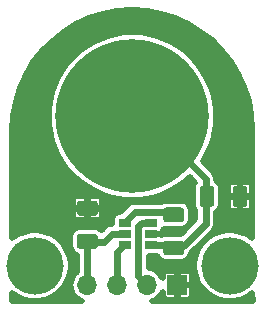
<source format=gtl>
G04 #@! TF.GenerationSoftware,KiCad,Pcbnew,5.0.2-bee76a0~70~ubuntu18.04.1*
G04 #@! TF.CreationDate,2019-03-21T18:00:55+01:00*
G04 #@! TF.ProjectId,touchsense7,746f7563-6873-4656-9e73-65372e6b6963,0_1*
G04 #@! TF.SameCoordinates,PX19fb9c8PY2c219b8*
G04 #@! TF.FileFunction,Copper,L1,Top*
G04 #@! TF.FilePolarity,Positive*
%FSLAX46Y46*%
G04 Gerber Fmt 4.6, Leading zero omitted, Abs format (unit mm)*
G04 Created by KiCad (PCBNEW 5.0.2-bee76a0~70~ubuntu18.04.1) date 2019-03-21T18:00:55 CET*
%MOMM*%
%LPD*%
G01*
G04 APERTURE LIST*
G04 #@! TA.AperFunction,ComponentPad*
%ADD10O,1.700000X1.700000*%
G04 #@! TD*
G04 #@! TA.AperFunction,ComponentPad*
%ADD11R,1.700000X1.700000*%
G04 #@! TD*
G04 #@! TA.AperFunction,Conductor*
%ADD12C,0.100000*%
G04 #@! TD*
G04 #@! TA.AperFunction,SMDPad,CuDef*
%ADD13C,1.250000*%
G04 #@! TD*
G04 #@! TA.AperFunction,ComponentPad*
%ADD14C,4.850000*%
G04 #@! TD*
G04 #@! TA.AperFunction,SMDPad,CuDef*
%ADD15R,1.060000X0.650000*%
G04 #@! TD*
G04 #@! TA.AperFunction,ComponentPad*
%ADD16C,13.000000*%
G04 #@! TD*
G04 #@! TA.AperFunction,Conductor*
%ADD17C,0.600000*%
G04 #@! TD*
G04 #@! TA.AperFunction,Conductor*
%ADD18C,0.550000*%
G04 #@! TD*
G04 APERTURE END LIST*
D10*
G04 #@! TO.P,P1,4*
G04 #@! TO.N,VCC*
X7045000Y2060000D03*
G04 #@! TO.P,P1,3*
G04 #@! TO.N,Net-(P1-Pad3)*
X9585000Y2060000D03*
G04 #@! TO.P,P1,2*
G04 #@! TO.N,Net-(P1-Pad2)*
X12125000Y2060000D03*
D11*
G04 #@! TO.P,P1,1*
G04 #@! TO.N,GND*
X14665000Y2060000D03*
G04 #@! TD*
D12*
G04 #@! TO.N,GND*
G04 #@! TO.C,C1*
G36*
X20368004Y10448796D02*
X20392273Y10445196D01*
X20416071Y10439235D01*
X20439171Y10430970D01*
X20461349Y10420480D01*
X20482393Y10407867D01*
X20502098Y10393253D01*
X20520277Y10376777D01*
X20536753Y10358598D01*
X20551367Y10338893D01*
X20563980Y10317849D01*
X20574470Y10295671D01*
X20582735Y10272571D01*
X20588696Y10248773D01*
X20592296Y10224504D01*
X20593500Y10200000D01*
X20593500Y8950000D01*
X20592296Y8925496D01*
X20588696Y8901227D01*
X20582735Y8877429D01*
X20574470Y8854329D01*
X20563980Y8832151D01*
X20551367Y8811107D01*
X20536753Y8791402D01*
X20520277Y8773223D01*
X20502098Y8756747D01*
X20482393Y8742133D01*
X20461349Y8729520D01*
X20439171Y8719030D01*
X20416071Y8710765D01*
X20392273Y8704804D01*
X20368004Y8701204D01*
X20343500Y8700000D01*
X19593500Y8700000D01*
X19568996Y8701204D01*
X19544727Y8704804D01*
X19520929Y8710765D01*
X19497829Y8719030D01*
X19475651Y8729520D01*
X19454607Y8742133D01*
X19434902Y8756747D01*
X19416723Y8773223D01*
X19400247Y8791402D01*
X19385633Y8811107D01*
X19373020Y8832151D01*
X19362530Y8854329D01*
X19354265Y8877429D01*
X19348304Y8901227D01*
X19344704Y8925496D01*
X19343500Y8950000D01*
X19343500Y10200000D01*
X19344704Y10224504D01*
X19348304Y10248773D01*
X19354265Y10272571D01*
X19362530Y10295671D01*
X19373020Y10317849D01*
X19385633Y10338893D01*
X19400247Y10358598D01*
X19416723Y10376777D01*
X19434902Y10393253D01*
X19454607Y10407867D01*
X19475651Y10420480D01*
X19497829Y10430970D01*
X19520929Y10439235D01*
X19544727Y10445196D01*
X19568996Y10448796D01*
X19593500Y10450000D01*
X20343500Y10450000D01*
X20368004Y10448796D01*
X20368004Y10448796D01*
G37*
D13*
G04 #@! TD*
G04 #@! TO.P,C1,2*
G04 #@! TO.N,GND*
X19968500Y9575000D03*
D12*
G04 #@! TO.N,Net-(C1-Pad1)*
G04 #@! TO.C,C1*
G36*
X17568004Y10448796D02*
X17592273Y10445196D01*
X17616071Y10439235D01*
X17639171Y10430970D01*
X17661349Y10420480D01*
X17682393Y10407867D01*
X17702098Y10393253D01*
X17720277Y10376777D01*
X17736753Y10358598D01*
X17751367Y10338893D01*
X17763980Y10317849D01*
X17774470Y10295671D01*
X17782735Y10272571D01*
X17788696Y10248773D01*
X17792296Y10224504D01*
X17793500Y10200000D01*
X17793500Y8950000D01*
X17792296Y8925496D01*
X17788696Y8901227D01*
X17782735Y8877429D01*
X17774470Y8854329D01*
X17763980Y8832151D01*
X17751367Y8811107D01*
X17736753Y8791402D01*
X17720277Y8773223D01*
X17702098Y8756747D01*
X17682393Y8742133D01*
X17661349Y8729520D01*
X17639171Y8719030D01*
X17616071Y8710765D01*
X17592273Y8704804D01*
X17568004Y8701204D01*
X17543500Y8700000D01*
X16793500Y8700000D01*
X16768996Y8701204D01*
X16744727Y8704804D01*
X16720929Y8710765D01*
X16697829Y8719030D01*
X16675651Y8729520D01*
X16654607Y8742133D01*
X16634902Y8756747D01*
X16616723Y8773223D01*
X16600247Y8791402D01*
X16585633Y8811107D01*
X16573020Y8832151D01*
X16562530Y8854329D01*
X16554265Y8877429D01*
X16548304Y8901227D01*
X16544704Y8925496D01*
X16543500Y8950000D01*
X16543500Y10200000D01*
X16544704Y10224504D01*
X16548304Y10248773D01*
X16554265Y10272571D01*
X16562530Y10295671D01*
X16573020Y10317849D01*
X16585633Y10338893D01*
X16600247Y10358598D01*
X16616723Y10376777D01*
X16634902Y10393253D01*
X16654607Y10407867D01*
X16675651Y10420480D01*
X16697829Y10430970D01*
X16720929Y10439235D01*
X16744727Y10445196D01*
X16768996Y10448796D01*
X16793500Y10450000D01*
X17543500Y10450000D01*
X17568004Y10448796D01*
X17568004Y10448796D01*
G37*
D13*
G04 #@! TD*
G04 #@! TO.P,C1,1*
G04 #@! TO.N,Net-(C1-Pad1)*
X17168500Y9575000D03*
D14*
G04 #@! TO.P,S1,1*
G04 #@! TO.N,N/C*
X19100000Y3705000D03*
G04 #@! TD*
G04 #@! TO.P,S1,1*
G04 #@! TO.N,N/C*
X2610000Y3705000D03*
G04 #@! TD*
D15*
G04 #@! TO.P,U1,1*
G04 #@! TO.N,Net-(C1-Pad1)*
X12463000Y5432000D03*
G04 #@! TO.P,U1,2*
G04 #@! TO.N,GND*
X12463000Y6382000D03*
G04 #@! TO.P,U1,3*
G04 #@! TO.N,Net-(P1-Pad2)*
X12463000Y7332000D03*
G04 #@! TO.P,U1,4*
G04 #@! TO.N,Net-(R1-Pad2)*
X10263000Y7332000D03*
G04 #@! TO.P,U1,6*
G04 #@! TO.N,Net-(P1-Pad3)*
X10263000Y5432000D03*
G04 #@! TO.P,U1,5*
G04 #@! TO.N,VCC*
X10263000Y6382000D03*
G04 #@! TD*
D12*
G04 #@! TO.N,Net-(C1-Pad1)*
G04 #@! TO.C,R1*
G36*
X15010504Y5835296D02*
X15034773Y5831696D01*
X15058571Y5825735D01*
X15081671Y5817470D01*
X15103849Y5806980D01*
X15124893Y5794367D01*
X15144598Y5779753D01*
X15162777Y5763277D01*
X15179253Y5745098D01*
X15193867Y5725393D01*
X15206480Y5704349D01*
X15216970Y5682171D01*
X15225235Y5659071D01*
X15231196Y5635273D01*
X15234796Y5611004D01*
X15236000Y5586500D01*
X15236000Y4836500D01*
X15234796Y4811996D01*
X15231196Y4787727D01*
X15225235Y4763929D01*
X15216970Y4740829D01*
X15206480Y4718651D01*
X15193867Y4697607D01*
X15179253Y4677902D01*
X15162777Y4659723D01*
X15144598Y4643247D01*
X15124893Y4628633D01*
X15103849Y4616020D01*
X15081671Y4605530D01*
X15058571Y4597265D01*
X15034773Y4591304D01*
X15010504Y4587704D01*
X14986000Y4586500D01*
X13736000Y4586500D01*
X13711496Y4587704D01*
X13687227Y4591304D01*
X13663429Y4597265D01*
X13640329Y4605530D01*
X13618151Y4616020D01*
X13597107Y4628633D01*
X13577402Y4643247D01*
X13559223Y4659723D01*
X13542747Y4677902D01*
X13528133Y4697607D01*
X13515520Y4718651D01*
X13505030Y4740829D01*
X13496765Y4763929D01*
X13490804Y4787727D01*
X13487204Y4811996D01*
X13486000Y4836500D01*
X13486000Y5586500D01*
X13487204Y5611004D01*
X13490804Y5635273D01*
X13496765Y5659071D01*
X13505030Y5682171D01*
X13515520Y5704349D01*
X13528133Y5725393D01*
X13542747Y5745098D01*
X13559223Y5763277D01*
X13577402Y5779753D01*
X13597107Y5794367D01*
X13618151Y5806980D01*
X13640329Y5817470D01*
X13663429Y5825735D01*
X13687227Y5831696D01*
X13711496Y5835296D01*
X13736000Y5836500D01*
X14986000Y5836500D01*
X15010504Y5835296D01*
X15010504Y5835296D01*
G37*
D13*
G04 #@! TD*
G04 #@! TO.P,R1,1*
G04 #@! TO.N,Net-(C1-Pad1)*
X14361000Y5211500D03*
D12*
G04 #@! TO.N,Net-(R1-Pad2)*
G04 #@! TO.C,R1*
G36*
X15010504Y8635296D02*
X15034773Y8631696D01*
X15058571Y8625735D01*
X15081671Y8617470D01*
X15103849Y8606980D01*
X15124893Y8594367D01*
X15144598Y8579753D01*
X15162777Y8563277D01*
X15179253Y8545098D01*
X15193867Y8525393D01*
X15206480Y8504349D01*
X15216970Y8482171D01*
X15225235Y8459071D01*
X15231196Y8435273D01*
X15234796Y8411004D01*
X15236000Y8386500D01*
X15236000Y7636500D01*
X15234796Y7611996D01*
X15231196Y7587727D01*
X15225235Y7563929D01*
X15216970Y7540829D01*
X15206480Y7518651D01*
X15193867Y7497607D01*
X15179253Y7477902D01*
X15162777Y7459723D01*
X15144598Y7443247D01*
X15124893Y7428633D01*
X15103849Y7416020D01*
X15081671Y7405530D01*
X15058571Y7397265D01*
X15034773Y7391304D01*
X15010504Y7387704D01*
X14986000Y7386500D01*
X13736000Y7386500D01*
X13711496Y7387704D01*
X13687227Y7391304D01*
X13663429Y7397265D01*
X13640329Y7405530D01*
X13618151Y7416020D01*
X13597107Y7428633D01*
X13577402Y7443247D01*
X13559223Y7459723D01*
X13542747Y7477902D01*
X13528133Y7497607D01*
X13515520Y7518651D01*
X13505030Y7540829D01*
X13496765Y7563929D01*
X13490804Y7587727D01*
X13487204Y7611996D01*
X13486000Y7636500D01*
X13486000Y8386500D01*
X13487204Y8411004D01*
X13490804Y8435273D01*
X13496765Y8459071D01*
X13505030Y8482171D01*
X13515520Y8504349D01*
X13528133Y8525393D01*
X13542747Y8545098D01*
X13559223Y8563277D01*
X13577402Y8579753D01*
X13597107Y8594367D01*
X13618151Y8606980D01*
X13640329Y8617470D01*
X13663429Y8625735D01*
X13687227Y8631696D01*
X13711496Y8635296D01*
X13736000Y8636500D01*
X14986000Y8636500D01*
X15010504Y8635296D01*
X15010504Y8635296D01*
G37*
D13*
G04 #@! TD*
G04 #@! TO.P,R1,2*
G04 #@! TO.N,Net-(R1-Pad2)*
X14361000Y8011500D03*
D16*
G04 #@! TO.P,P2,1*
G04 #@! TO.N,Net-(C1-Pad1)*
X10855000Y16365000D03*
G04 #@! TD*
D12*
G04 #@! TO.N,VCC*
G04 #@! TO.C,C2*
G36*
X7694504Y6398796D02*
X7718773Y6395196D01*
X7742571Y6389235D01*
X7765671Y6380970D01*
X7787849Y6370480D01*
X7808893Y6357867D01*
X7828598Y6343253D01*
X7846777Y6326777D01*
X7863253Y6308598D01*
X7877867Y6288893D01*
X7890480Y6267849D01*
X7900970Y6245671D01*
X7909235Y6222571D01*
X7915196Y6198773D01*
X7918796Y6174504D01*
X7920000Y6150000D01*
X7920000Y5400000D01*
X7918796Y5375496D01*
X7915196Y5351227D01*
X7909235Y5327429D01*
X7900970Y5304329D01*
X7890480Y5282151D01*
X7877867Y5261107D01*
X7863253Y5241402D01*
X7846777Y5223223D01*
X7828598Y5206747D01*
X7808893Y5192133D01*
X7787849Y5179520D01*
X7765671Y5169030D01*
X7742571Y5160765D01*
X7718773Y5154804D01*
X7694504Y5151204D01*
X7670000Y5150000D01*
X6420000Y5150000D01*
X6395496Y5151204D01*
X6371227Y5154804D01*
X6347429Y5160765D01*
X6324329Y5169030D01*
X6302151Y5179520D01*
X6281107Y5192133D01*
X6261402Y5206747D01*
X6243223Y5223223D01*
X6226747Y5241402D01*
X6212133Y5261107D01*
X6199520Y5282151D01*
X6189030Y5304329D01*
X6180765Y5327429D01*
X6174804Y5351227D01*
X6171204Y5375496D01*
X6170000Y5400000D01*
X6170000Y6150000D01*
X6171204Y6174504D01*
X6174804Y6198773D01*
X6180765Y6222571D01*
X6189030Y6245671D01*
X6199520Y6267849D01*
X6212133Y6288893D01*
X6226747Y6308598D01*
X6243223Y6326777D01*
X6261402Y6343253D01*
X6281107Y6357867D01*
X6302151Y6370480D01*
X6324329Y6380970D01*
X6347429Y6389235D01*
X6371227Y6395196D01*
X6395496Y6398796D01*
X6420000Y6400000D01*
X7670000Y6400000D01*
X7694504Y6398796D01*
X7694504Y6398796D01*
G37*
D13*
G04 #@! TD*
G04 #@! TO.P,C2,1*
G04 #@! TO.N,VCC*
X7045000Y5775000D03*
D12*
G04 #@! TO.N,GND*
G04 #@! TO.C,C2*
G36*
X7694504Y9198796D02*
X7718773Y9195196D01*
X7742571Y9189235D01*
X7765671Y9180970D01*
X7787849Y9170480D01*
X7808893Y9157867D01*
X7828598Y9143253D01*
X7846777Y9126777D01*
X7863253Y9108598D01*
X7877867Y9088893D01*
X7890480Y9067849D01*
X7900970Y9045671D01*
X7909235Y9022571D01*
X7915196Y8998773D01*
X7918796Y8974504D01*
X7920000Y8950000D01*
X7920000Y8200000D01*
X7918796Y8175496D01*
X7915196Y8151227D01*
X7909235Y8127429D01*
X7900970Y8104329D01*
X7890480Y8082151D01*
X7877867Y8061107D01*
X7863253Y8041402D01*
X7846777Y8023223D01*
X7828598Y8006747D01*
X7808893Y7992133D01*
X7787849Y7979520D01*
X7765671Y7969030D01*
X7742571Y7960765D01*
X7718773Y7954804D01*
X7694504Y7951204D01*
X7670000Y7950000D01*
X6420000Y7950000D01*
X6395496Y7951204D01*
X6371227Y7954804D01*
X6347429Y7960765D01*
X6324329Y7969030D01*
X6302151Y7979520D01*
X6281107Y7992133D01*
X6261402Y8006747D01*
X6243223Y8023223D01*
X6226747Y8041402D01*
X6212133Y8061107D01*
X6199520Y8082151D01*
X6189030Y8104329D01*
X6180765Y8127429D01*
X6174804Y8151227D01*
X6171204Y8175496D01*
X6170000Y8200000D01*
X6170000Y8950000D01*
X6171204Y8974504D01*
X6174804Y8998773D01*
X6180765Y9022571D01*
X6189030Y9045671D01*
X6199520Y9067849D01*
X6212133Y9088893D01*
X6226747Y9108598D01*
X6243223Y9126777D01*
X6261402Y9143253D01*
X6281107Y9157867D01*
X6302151Y9170480D01*
X6324329Y9180970D01*
X6347429Y9189235D01*
X6371227Y9195196D01*
X6395496Y9198796D01*
X6420000Y9200000D01*
X7670000Y9200000D01*
X7694504Y9198796D01*
X7694504Y9198796D01*
G37*
D13*
G04 #@! TD*
G04 #@! TO.P,C2,2*
G04 #@! TO.N,GND*
X7045000Y8575000D03*
D17*
G04 #@! TO.N,Net-(C1-Pad1)*
X11778500Y16365000D02*
X10855000Y16365000D01*
X17068500Y11075000D02*
X11778500Y16365000D01*
X17068500Y7252106D02*
X17068500Y11075000D01*
X14411000Y5261500D02*
X15077894Y5261500D01*
X12463000Y5432000D02*
X14240500Y5432000D01*
X15077894Y5261500D02*
X17068500Y7252106D01*
X14240500Y5432000D02*
X14411000Y5261500D01*
G04 #@! TO.N,VCC*
X7045000Y2060000D02*
X7045000Y5775000D01*
X9152000Y6382000D02*
X10163000Y6382000D01*
X8445000Y5675000D02*
X9152000Y6382000D01*
X7045000Y5675000D02*
X8445000Y5675000D01*
G04 #@! TO.N,Net-(P1-Pad2)*
X11647000Y7332000D02*
X12363000Y7332000D01*
X11365000Y7050000D02*
X11647000Y7332000D01*
X11365000Y2820000D02*
X11365000Y7050000D01*
X12125000Y2060000D02*
X11365000Y2820000D01*
G04 #@! TO.N,Net-(P1-Pad3)*
X10157000Y5432000D02*
X10263000Y5432000D01*
X9585000Y4860000D02*
X10157000Y5432000D01*
X9585000Y2160000D02*
X9585000Y4860000D01*
G04 #@! TO.N,Net-(R1-Pad2)*
X11086000Y8255000D02*
X14304500Y8255000D01*
X10263000Y7432000D02*
X11086000Y8255000D01*
G04 #@! TD*
D18*
G04 #@! TO.N,GND*
G36*
X12075447Y25245271D02*
X13278225Y25025605D01*
X14445903Y24663030D01*
X15561555Y24162807D01*
X16609036Y23532170D01*
X17573165Y22780265D01*
X18439985Y21917972D01*
X19196931Y20957790D01*
X19833039Y19913629D01*
X20339103Y18800600D01*
X20707780Y17634852D01*
X20933742Y16433235D01*
X21014906Y15194913D01*
X21015001Y15158644D01*
X21024205Y6037578D01*
X21018763Y6043020D01*
X20525770Y6372427D01*
X19977985Y6599327D01*
X19396459Y6715000D01*
X18803541Y6715000D01*
X18222015Y6599327D01*
X17674230Y6372427D01*
X17181237Y6043020D01*
X16761980Y5623763D01*
X16432573Y5130770D01*
X16205673Y4582985D01*
X16090000Y4001459D01*
X16090000Y3408541D01*
X16205673Y2827015D01*
X16432573Y2279230D01*
X16761980Y1786237D01*
X17181237Y1366980D01*
X17674230Y1037573D01*
X18222015Y810673D01*
X18803541Y695000D01*
X19396459Y695000D01*
X19977985Y810673D01*
X20525770Y1037573D01*
X21018763Y1366980D01*
X21028908Y1377125D01*
X21029601Y690000D01*
X12552137Y690000D01*
X12676808Y727818D01*
X12926101Y861068D01*
X13144608Y1040392D01*
X13323932Y1258899D01*
X13436000Y1468563D01*
X13436000Y1172672D01*
X13450565Y1099450D01*
X13479134Y1030476D01*
X13520611Y968402D01*
X13573401Y915612D01*
X13635476Y874135D01*
X13704450Y845565D01*
X13777672Y831000D01*
X14540250Y831000D01*
X14635000Y925750D01*
X14635000Y2030000D01*
X14695000Y2030000D01*
X14695000Y925750D01*
X14789750Y831000D01*
X15552328Y831000D01*
X15625550Y845565D01*
X15694524Y874135D01*
X15756599Y915612D01*
X15809389Y968402D01*
X15850866Y1030476D01*
X15879435Y1099450D01*
X15894000Y1172672D01*
X15894000Y1935250D01*
X15799250Y2030000D01*
X14695000Y2030000D01*
X14635000Y2030000D01*
X14615000Y2030000D01*
X14615000Y2090000D01*
X14635000Y2090000D01*
X14635000Y3194250D01*
X14695000Y3194250D01*
X14695000Y2090000D01*
X15799250Y2090000D01*
X15894000Y2184750D01*
X15894000Y2947328D01*
X15879435Y3020550D01*
X15850866Y3089524D01*
X15809389Y3151598D01*
X15756599Y3204388D01*
X15694524Y3245865D01*
X15625550Y3274435D01*
X15552328Y3289000D01*
X14789750Y3289000D01*
X14695000Y3194250D01*
X14635000Y3194250D01*
X14540250Y3289000D01*
X13777672Y3289000D01*
X13704450Y3274435D01*
X13635476Y3245865D01*
X13573401Y3204388D01*
X13520611Y3151598D01*
X13479134Y3089524D01*
X13450565Y3020550D01*
X13436000Y2947328D01*
X13436000Y2651437D01*
X13323932Y2861101D01*
X13144608Y3079608D01*
X12926101Y3258932D01*
X12676808Y3392182D01*
X12406309Y3474236D01*
X12250000Y3489631D01*
X12250000Y4519170D01*
X12960947Y4519170D01*
X12961946Y4515876D01*
X13039370Y4371027D01*
X13143565Y4244065D01*
X13270527Y4139870D01*
X13415376Y4062446D01*
X13572547Y4014769D01*
X13736000Y3998670D01*
X14986000Y3998670D01*
X15149453Y4014769D01*
X15306624Y4062446D01*
X15451473Y4139870D01*
X15578435Y4244065D01*
X15682630Y4371027D01*
X15760054Y4515876D01*
X15807731Y4673047D01*
X15815020Y4747047D01*
X17663550Y6595577D01*
X17697317Y6623289D01*
X17730960Y6664282D01*
X17807910Y6758046D01*
X17807911Y6758047D01*
X17890089Y6911793D01*
X17940695Y7078616D01*
X17953500Y7208629D01*
X17953500Y7208639D01*
X17957781Y7252105D01*
X17953500Y7295572D01*
X17953500Y8223719D01*
X18008973Y8253370D01*
X18135935Y8357565D01*
X18240130Y8484527D01*
X18317554Y8629376D01*
X18365231Y8786547D01*
X18381330Y8950000D01*
X18381330Y9450250D01*
X18964500Y9450250D01*
X18964500Y8662672D01*
X18979065Y8589450D01*
X19007635Y8520476D01*
X19049112Y8458401D01*
X19101902Y8405611D01*
X19163976Y8364134D01*
X19232950Y8335565D01*
X19306172Y8321000D01*
X19843750Y8321000D01*
X19938500Y8415750D01*
X19938500Y9545000D01*
X19998500Y9545000D01*
X19998500Y8415750D01*
X20093250Y8321000D01*
X20630828Y8321000D01*
X20704050Y8335565D01*
X20773024Y8364134D01*
X20835098Y8405611D01*
X20887888Y8458401D01*
X20929365Y8520476D01*
X20957935Y8589450D01*
X20972500Y8662672D01*
X20972500Y9450250D01*
X20877750Y9545000D01*
X19998500Y9545000D01*
X19938500Y9545000D01*
X19059250Y9545000D01*
X18964500Y9450250D01*
X18381330Y9450250D01*
X18381330Y10200000D01*
X18365231Y10363453D01*
X18327655Y10487328D01*
X18964500Y10487328D01*
X18964500Y9699750D01*
X19059250Y9605000D01*
X19938500Y9605000D01*
X19938500Y10734250D01*
X19998500Y10734250D01*
X19998500Y9605000D01*
X20877750Y9605000D01*
X20972500Y9699750D01*
X20972500Y10487328D01*
X20957935Y10560550D01*
X20929365Y10629524D01*
X20887888Y10691599D01*
X20835098Y10744389D01*
X20773024Y10785866D01*
X20704050Y10814435D01*
X20630828Y10829000D01*
X20093250Y10829000D01*
X19998500Y10734250D01*
X19938500Y10734250D01*
X19843750Y10829000D01*
X19306172Y10829000D01*
X19232950Y10814435D01*
X19163976Y10785866D01*
X19101902Y10744389D01*
X19049112Y10691599D01*
X19007635Y10629524D01*
X18979065Y10560550D01*
X18964500Y10487328D01*
X18327655Y10487328D01*
X18317554Y10520624D01*
X18240130Y10665473D01*
X18135935Y10792435D01*
X18008973Y10896630D01*
X17953500Y10926281D01*
X17953500Y11031531D01*
X17957781Y11075000D01*
X17953500Y11118469D01*
X17953500Y11118477D01*
X17940695Y11248490D01*
X17890089Y11415313D01*
X17807911Y11569059D01*
X17697317Y11703817D01*
X17663549Y11731530D01*
X16834215Y12560864D01*
X17133645Y13008994D01*
X17667727Y14298382D01*
X17940000Y15667188D01*
X17940000Y17062812D01*
X17667727Y18431618D01*
X17133645Y19721006D01*
X16358279Y20881424D01*
X15371424Y21868279D01*
X14211006Y22643645D01*
X12921618Y23177727D01*
X11552812Y23450000D01*
X10157188Y23450000D01*
X8788382Y23177727D01*
X7498994Y22643645D01*
X6338576Y21868279D01*
X5351721Y20881424D01*
X4576355Y19721006D01*
X4042273Y18431618D01*
X3770000Y17062812D01*
X3770000Y15667188D01*
X4042273Y14298382D01*
X4576355Y13008994D01*
X5351721Y11848576D01*
X6338576Y10861721D01*
X7498994Y10086355D01*
X8788382Y9552273D01*
X10157188Y9280000D01*
X11552812Y9280000D01*
X12921618Y9552273D01*
X14211006Y10086355D01*
X15371424Y10861721D01*
X15700812Y11191109D01*
X16155278Y10736643D01*
X16096870Y10665473D01*
X16019446Y10520624D01*
X15971769Y10363453D01*
X15955670Y10200000D01*
X15955670Y8950000D01*
X15971769Y8786547D01*
X16019446Y8629376D01*
X16096870Y8484527D01*
X16183500Y8378968D01*
X16183500Y7618685D01*
X14988864Y6424048D01*
X14986000Y6424330D01*
X13736000Y6424330D01*
X13572547Y6408231D01*
X13415376Y6360554D01*
X13333893Y6317000D01*
X13312250Y6317000D01*
X13277250Y6352000D01*
X12493000Y6352000D01*
X12493000Y6344830D01*
X12433000Y6344830D01*
X12433000Y6352000D01*
X12413000Y6352000D01*
X12413000Y6412000D01*
X12433000Y6412000D01*
X12433000Y6419170D01*
X12493000Y6419170D01*
X12493000Y6412000D01*
X13277250Y6412000D01*
X13372000Y6506750D01*
X13372000Y6561256D01*
X13408659Y6591341D01*
X13481763Y6680419D01*
X13536084Y6782047D01*
X13548246Y6822141D01*
X13572547Y6814769D01*
X13736000Y6798670D01*
X14986000Y6798670D01*
X15149453Y6814769D01*
X15306624Y6862446D01*
X15451473Y6939870D01*
X15578435Y7044065D01*
X15682630Y7171027D01*
X15760054Y7315876D01*
X15807731Y7473047D01*
X15823830Y7636500D01*
X15823830Y8386500D01*
X15807731Y8549953D01*
X15760054Y8707124D01*
X15682630Y8851973D01*
X15578435Y8978935D01*
X15451473Y9083130D01*
X15306624Y9160554D01*
X15149453Y9208231D01*
X14986000Y9224330D01*
X13736000Y9224330D01*
X13572547Y9208231D01*
X13415376Y9160554D01*
X13376922Y9140000D01*
X11129469Y9140000D01*
X11086000Y9144281D01*
X11042531Y9140000D01*
X11042523Y9140000D01*
X10912510Y9127195D01*
X10745687Y9076589D01*
X10591941Y8994411D01*
X10490953Y8911532D01*
X10490951Y8911530D01*
X10457183Y8883817D01*
X10429470Y8850049D01*
X9824252Y8244830D01*
X9733000Y8244830D01*
X9618320Y8233535D01*
X9508047Y8200084D01*
X9406419Y8145763D01*
X9317341Y8072659D01*
X9244237Y7983581D01*
X9189916Y7881953D01*
X9156465Y7771680D01*
X9145170Y7657000D01*
X9145170Y7270608D01*
X9108531Y7267000D01*
X9108523Y7267000D01*
X8993306Y7255652D01*
X8978509Y7254195D01*
X8927903Y7238843D01*
X8811687Y7203589D01*
X8657941Y7121411D01*
X8657939Y7121410D01*
X8657940Y7121410D01*
X8556953Y7038532D01*
X8556951Y7038530D01*
X8523183Y7010817D01*
X8495470Y6977049D01*
X8261568Y6743147D01*
X8135473Y6846630D01*
X7990624Y6924054D01*
X7833453Y6971731D01*
X7670000Y6987830D01*
X6420000Y6987830D01*
X6256547Y6971731D01*
X6099376Y6924054D01*
X5954527Y6846630D01*
X5827565Y6742435D01*
X5723370Y6615473D01*
X5645946Y6470624D01*
X5598269Y6313453D01*
X5582170Y6150000D01*
X5582170Y5400000D01*
X5598269Y5236547D01*
X5645946Y5079376D01*
X5723370Y4934527D01*
X5827565Y4807565D01*
X5954527Y4703370D01*
X6099376Y4625946D01*
X6160001Y4607556D01*
X6160000Y3190078D01*
X6025392Y3079608D01*
X5846068Y2861101D01*
X5712818Y2611808D01*
X5630764Y2341309D01*
X5603057Y2060000D01*
X5630764Y1778691D01*
X5712818Y1508192D01*
X5846068Y1258899D01*
X6025392Y1040392D01*
X6243899Y861068D01*
X6493192Y727818D01*
X6617863Y690000D01*
X685267Y690000D01*
X685726Y1372491D01*
X691237Y1366980D01*
X1184230Y1037573D01*
X1732015Y810673D01*
X2313541Y695000D01*
X2906459Y695000D01*
X3487985Y810673D01*
X4035770Y1037573D01*
X4528763Y1366980D01*
X4948020Y1786237D01*
X5277427Y2279230D01*
X5504327Y2827015D01*
X5620000Y3408541D01*
X5620000Y4001459D01*
X5504327Y4582985D01*
X5277427Y5130770D01*
X4948020Y5623763D01*
X4528763Y6043020D01*
X4035770Y6372427D01*
X3487985Y6599327D01*
X2906459Y6715000D01*
X2313541Y6715000D01*
X1732015Y6599327D01*
X1184230Y6372427D01*
X691237Y6043020D01*
X688866Y6040649D01*
X690486Y8450250D01*
X5791000Y8450250D01*
X5791000Y7912672D01*
X5805565Y7839450D01*
X5834134Y7770476D01*
X5875611Y7708402D01*
X5928401Y7655612D01*
X5990476Y7614135D01*
X6059450Y7585565D01*
X6132672Y7571000D01*
X6920250Y7571000D01*
X7015000Y7665750D01*
X7015000Y8545000D01*
X7075000Y8545000D01*
X7075000Y7665750D01*
X7169750Y7571000D01*
X7957328Y7571000D01*
X8030550Y7585565D01*
X8099524Y7614135D01*
X8161599Y7655612D01*
X8214389Y7708402D01*
X8255866Y7770476D01*
X8284435Y7839450D01*
X8299000Y7912672D01*
X8299000Y8450250D01*
X8204250Y8545000D01*
X7075000Y8545000D01*
X7015000Y8545000D01*
X5885750Y8545000D01*
X5791000Y8450250D01*
X690486Y8450250D01*
X691015Y9237328D01*
X5791000Y9237328D01*
X5791000Y8699750D01*
X5885750Y8605000D01*
X7015000Y8605000D01*
X7015000Y9484250D01*
X7075000Y9484250D01*
X7075000Y8605000D01*
X8204250Y8605000D01*
X8299000Y8699750D01*
X8299000Y9237328D01*
X8284435Y9310550D01*
X8255866Y9379524D01*
X8214389Y9441598D01*
X8161599Y9494388D01*
X8099524Y9535865D01*
X8030550Y9564435D01*
X7957328Y9579000D01*
X7169750Y9579000D01*
X7075000Y9484250D01*
X7015000Y9484250D01*
X6920250Y9579000D01*
X6132672Y9579000D01*
X6059450Y9564435D01*
X5990476Y9535865D01*
X5928401Y9494388D01*
X5875611Y9441598D01*
X5834134Y9379524D01*
X5805565Y9310550D01*
X5791000Y9237328D01*
X691015Y9237328D01*
X694986Y15140653D01*
X769729Y16380447D01*
X989395Y17583225D01*
X1351970Y18750903D01*
X1852193Y19866555D01*
X2482830Y20914036D01*
X3234735Y21878165D01*
X4097028Y22744985D01*
X5057210Y23501931D01*
X6101371Y24138039D01*
X7214400Y24644103D01*
X8380148Y25012780D01*
X9581765Y25238742D01*
X10820087Y25319906D01*
X10836714Y25319950D01*
X12075447Y25245271D01*
X12075447Y25245271D01*
G37*
X12075447Y25245271D02*
X13278225Y25025605D01*
X14445903Y24663030D01*
X15561555Y24162807D01*
X16609036Y23532170D01*
X17573165Y22780265D01*
X18439985Y21917972D01*
X19196931Y20957790D01*
X19833039Y19913629D01*
X20339103Y18800600D01*
X20707780Y17634852D01*
X20933742Y16433235D01*
X21014906Y15194913D01*
X21015001Y15158644D01*
X21024205Y6037578D01*
X21018763Y6043020D01*
X20525770Y6372427D01*
X19977985Y6599327D01*
X19396459Y6715000D01*
X18803541Y6715000D01*
X18222015Y6599327D01*
X17674230Y6372427D01*
X17181237Y6043020D01*
X16761980Y5623763D01*
X16432573Y5130770D01*
X16205673Y4582985D01*
X16090000Y4001459D01*
X16090000Y3408541D01*
X16205673Y2827015D01*
X16432573Y2279230D01*
X16761980Y1786237D01*
X17181237Y1366980D01*
X17674230Y1037573D01*
X18222015Y810673D01*
X18803541Y695000D01*
X19396459Y695000D01*
X19977985Y810673D01*
X20525770Y1037573D01*
X21018763Y1366980D01*
X21028908Y1377125D01*
X21029601Y690000D01*
X12552137Y690000D01*
X12676808Y727818D01*
X12926101Y861068D01*
X13144608Y1040392D01*
X13323932Y1258899D01*
X13436000Y1468563D01*
X13436000Y1172672D01*
X13450565Y1099450D01*
X13479134Y1030476D01*
X13520611Y968402D01*
X13573401Y915612D01*
X13635476Y874135D01*
X13704450Y845565D01*
X13777672Y831000D01*
X14540250Y831000D01*
X14635000Y925750D01*
X14635000Y2030000D01*
X14695000Y2030000D01*
X14695000Y925750D01*
X14789750Y831000D01*
X15552328Y831000D01*
X15625550Y845565D01*
X15694524Y874135D01*
X15756599Y915612D01*
X15809389Y968402D01*
X15850866Y1030476D01*
X15879435Y1099450D01*
X15894000Y1172672D01*
X15894000Y1935250D01*
X15799250Y2030000D01*
X14695000Y2030000D01*
X14635000Y2030000D01*
X14615000Y2030000D01*
X14615000Y2090000D01*
X14635000Y2090000D01*
X14635000Y3194250D01*
X14695000Y3194250D01*
X14695000Y2090000D01*
X15799250Y2090000D01*
X15894000Y2184750D01*
X15894000Y2947328D01*
X15879435Y3020550D01*
X15850866Y3089524D01*
X15809389Y3151598D01*
X15756599Y3204388D01*
X15694524Y3245865D01*
X15625550Y3274435D01*
X15552328Y3289000D01*
X14789750Y3289000D01*
X14695000Y3194250D01*
X14635000Y3194250D01*
X14540250Y3289000D01*
X13777672Y3289000D01*
X13704450Y3274435D01*
X13635476Y3245865D01*
X13573401Y3204388D01*
X13520611Y3151598D01*
X13479134Y3089524D01*
X13450565Y3020550D01*
X13436000Y2947328D01*
X13436000Y2651437D01*
X13323932Y2861101D01*
X13144608Y3079608D01*
X12926101Y3258932D01*
X12676808Y3392182D01*
X12406309Y3474236D01*
X12250000Y3489631D01*
X12250000Y4519170D01*
X12960947Y4519170D01*
X12961946Y4515876D01*
X13039370Y4371027D01*
X13143565Y4244065D01*
X13270527Y4139870D01*
X13415376Y4062446D01*
X13572547Y4014769D01*
X13736000Y3998670D01*
X14986000Y3998670D01*
X15149453Y4014769D01*
X15306624Y4062446D01*
X15451473Y4139870D01*
X15578435Y4244065D01*
X15682630Y4371027D01*
X15760054Y4515876D01*
X15807731Y4673047D01*
X15815020Y4747047D01*
X17663550Y6595577D01*
X17697317Y6623289D01*
X17730960Y6664282D01*
X17807910Y6758046D01*
X17807911Y6758047D01*
X17890089Y6911793D01*
X17940695Y7078616D01*
X17953500Y7208629D01*
X17953500Y7208639D01*
X17957781Y7252105D01*
X17953500Y7295572D01*
X17953500Y8223719D01*
X18008973Y8253370D01*
X18135935Y8357565D01*
X18240130Y8484527D01*
X18317554Y8629376D01*
X18365231Y8786547D01*
X18381330Y8950000D01*
X18381330Y9450250D01*
X18964500Y9450250D01*
X18964500Y8662672D01*
X18979065Y8589450D01*
X19007635Y8520476D01*
X19049112Y8458401D01*
X19101902Y8405611D01*
X19163976Y8364134D01*
X19232950Y8335565D01*
X19306172Y8321000D01*
X19843750Y8321000D01*
X19938500Y8415750D01*
X19938500Y9545000D01*
X19998500Y9545000D01*
X19998500Y8415750D01*
X20093250Y8321000D01*
X20630828Y8321000D01*
X20704050Y8335565D01*
X20773024Y8364134D01*
X20835098Y8405611D01*
X20887888Y8458401D01*
X20929365Y8520476D01*
X20957935Y8589450D01*
X20972500Y8662672D01*
X20972500Y9450250D01*
X20877750Y9545000D01*
X19998500Y9545000D01*
X19938500Y9545000D01*
X19059250Y9545000D01*
X18964500Y9450250D01*
X18381330Y9450250D01*
X18381330Y10200000D01*
X18365231Y10363453D01*
X18327655Y10487328D01*
X18964500Y10487328D01*
X18964500Y9699750D01*
X19059250Y9605000D01*
X19938500Y9605000D01*
X19938500Y10734250D01*
X19998500Y10734250D01*
X19998500Y9605000D01*
X20877750Y9605000D01*
X20972500Y9699750D01*
X20972500Y10487328D01*
X20957935Y10560550D01*
X20929365Y10629524D01*
X20887888Y10691599D01*
X20835098Y10744389D01*
X20773024Y10785866D01*
X20704050Y10814435D01*
X20630828Y10829000D01*
X20093250Y10829000D01*
X19998500Y10734250D01*
X19938500Y10734250D01*
X19843750Y10829000D01*
X19306172Y10829000D01*
X19232950Y10814435D01*
X19163976Y10785866D01*
X19101902Y10744389D01*
X19049112Y10691599D01*
X19007635Y10629524D01*
X18979065Y10560550D01*
X18964500Y10487328D01*
X18327655Y10487328D01*
X18317554Y10520624D01*
X18240130Y10665473D01*
X18135935Y10792435D01*
X18008973Y10896630D01*
X17953500Y10926281D01*
X17953500Y11031531D01*
X17957781Y11075000D01*
X17953500Y11118469D01*
X17953500Y11118477D01*
X17940695Y11248490D01*
X17890089Y11415313D01*
X17807911Y11569059D01*
X17697317Y11703817D01*
X17663549Y11731530D01*
X16834215Y12560864D01*
X17133645Y13008994D01*
X17667727Y14298382D01*
X17940000Y15667188D01*
X17940000Y17062812D01*
X17667727Y18431618D01*
X17133645Y19721006D01*
X16358279Y20881424D01*
X15371424Y21868279D01*
X14211006Y22643645D01*
X12921618Y23177727D01*
X11552812Y23450000D01*
X10157188Y23450000D01*
X8788382Y23177727D01*
X7498994Y22643645D01*
X6338576Y21868279D01*
X5351721Y20881424D01*
X4576355Y19721006D01*
X4042273Y18431618D01*
X3770000Y17062812D01*
X3770000Y15667188D01*
X4042273Y14298382D01*
X4576355Y13008994D01*
X5351721Y11848576D01*
X6338576Y10861721D01*
X7498994Y10086355D01*
X8788382Y9552273D01*
X10157188Y9280000D01*
X11552812Y9280000D01*
X12921618Y9552273D01*
X14211006Y10086355D01*
X15371424Y10861721D01*
X15700812Y11191109D01*
X16155278Y10736643D01*
X16096870Y10665473D01*
X16019446Y10520624D01*
X15971769Y10363453D01*
X15955670Y10200000D01*
X15955670Y8950000D01*
X15971769Y8786547D01*
X16019446Y8629376D01*
X16096870Y8484527D01*
X16183500Y8378968D01*
X16183500Y7618685D01*
X14988864Y6424048D01*
X14986000Y6424330D01*
X13736000Y6424330D01*
X13572547Y6408231D01*
X13415376Y6360554D01*
X13333893Y6317000D01*
X13312250Y6317000D01*
X13277250Y6352000D01*
X12493000Y6352000D01*
X12493000Y6344830D01*
X12433000Y6344830D01*
X12433000Y6352000D01*
X12413000Y6352000D01*
X12413000Y6412000D01*
X12433000Y6412000D01*
X12433000Y6419170D01*
X12493000Y6419170D01*
X12493000Y6412000D01*
X13277250Y6412000D01*
X13372000Y6506750D01*
X13372000Y6561256D01*
X13408659Y6591341D01*
X13481763Y6680419D01*
X13536084Y6782047D01*
X13548246Y6822141D01*
X13572547Y6814769D01*
X13736000Y6798670D01*
X14986000Y6798670D01*
X15149453Y6814769D01*
X15306624Y6862446D01*
X15451473Y6939870D01*
X15578435Y7044065D01*
X15682630Y7171027D01*
X15760054Y7315876D01*
X15807731Y7473047D01*
X15823830Y7636500D01*
X15823830Y8386500D01*
X15807731Y8549953D01*
X15760054Y8707124D01*
X15682630Y8851973D01*
X15578435Y8978935D01*
X15451473Y9083130D01*
X15306624Y9160554D01*
X15149453Y9208231D01*
X14986000Y9224330D01*
X13736000Y9224330D01*
X13572547Y9208231D01*
X13415376Y9160554D01*
X13376922Y9140000D01*
X11129469Y9140000D01*
X11086000Y9144281D01*
X11042531Y9140000D01*
X11042523Y9140000D01*
X10912510Y9127195D01*
X10745687Y9076589D01*
X10591941Y8994411D01*
X10490953Y8911532D01*
X10490951Y8911530D01*
X10457183Y8883817D01*
X10429470Y8850049D01*
X9824252Y8244830D01*
X9733000Y8244830D01*
X9618320Y8233535D01*
X9508047Y8200084D01*
X9406419Y8145763D01*
X9317341Y8072659D01*
X9244237Y7983581D01*
X9189916Y7881953D01*
X9156465Y7771680D01*
X9145170Y7657000D01*
X9145170Y7270608D01*
X9108531Y7267000D01*
X9108523Y7267000D01*
X8993306Y7255652D01*
X8978509Y7254195D01*
X8927903Y7238843D01*
X8811687Y7203589D01*
X8657941Y7121411D01*
X8657939Y7121410D01*
X8657940Y7121410D01*
X8556953Y7038532D01*
X8556951Y7038530D01*
X8523183Y7010817D01*
X8495470Y6977049D01*
X8261568Y6743147D01*
X8135473Y6846630D01*
X7990624Y6924054D01*
X7833453Y6971731D01*
X7670000Y6987830D01*
X6420000Y6987830D01*
X6256547Y6971731D01*
X6099376Y6924054D01*
X5954527Y6846630D01*
X5827565Y6742435D01*
X5723370Y6615473D01*
X5645946Y6470624D01*
X5598269Y6313453D01*
X5582170Y6150000D01*
X5582170Y5400000D01*
X5598269Y5236547D01*
X5645946Y5079376D01*
X5723370Y4934527D01*
X5827565Y4807565D01*
X5954527Y4703370D01*
X6099376Y4625946D01*
X6160001Y4607556D01*
X6160000Y3190078D01*
X6025392Y3079608D01*
X5846068Y2861101D01*
X5712818Y2611808D01*
X5630764Y2341309D01*
X5603057Y2060000D01*
X5630764Y1778691D01*
X5712818Y1508192D01*
X5846068Y1258899D01*
X6025392Y1040392D01*
X6243899Y861068D01*
X6493192Y727818D01*
X6617863Y690000D01*
X685267Y690000D01*
X685726Y1372491D01*
X691237Y1366980D01*
X1184230Y1037573D01*
X1732015Y810673D01*
X2313541Y695000D01*
X2906459Y695000D01*
X3487985Y810673D01*
X4035770Y1037573D01*
X4528763Y1366980D01*
X4948020Y1786237D01*
X5277427Y2279230D01*
X5504327Y2827015D01*
X5620000Y3408541D01*
X5620000Y4001459D01*
X5504327Y4582985D01*
X5277427Y5130770D01*
X4948020Y5623763D01*
X4528763Y6043020D01*
X4035770Y6372427D01*
X3487985Y6599327D01*
X2906459Y6715000D01*
X2313541Y6715000D01*
X1732015Y6599327D01*
X1184230Y6372427D01*
X691237Y6043020D01*
X688866Y6040649D01*
X690486Y8450250D01*
X5791000Y8450250D01*
X5791000Y7912672D01*
X5805565Y7839450D01*
X5834134Y7770476D01*
X5875611Y7708402D01*
X5928401Y7655612D01*
X5990476Y7614135D01*
X6059450Y7585565D01*
X6132672Y7571000D01*
X6920250Y7571000D01*
X7015000Y7665750D01*
X7015000Y8545000D01*
X7075000Y8545000D01*
X7075000Y7665750D01*
X7169750Y7571000D01*
X7957328Y7571000D01*
X8030550Y7585565D01*
X8099524Y7614135D01*
X8161599Y7655612D01*
X8214389Y7708402D01*
X8255866Y7770476D01*
X8284435Y7839450D01*
X8299000Y7912672D01*
X8299000Y8450250D01*
X8204250Y8545000D01*
X7075000Y8545000D01*
X7015000Y8545000D01*
X5885750Y8545000D01*
X5791000Y8450250D01*
X690486Y8450250D01*
X691015Y9237328D01*
X5791000Y9237328D01*
X5791000Y8699750D01*
X5885750Y8605000D01*
X7015000Y8605000D01*
X7015000Y9484250D01*
X7075000Y9484250D01*
X7075000Y8605000D01*
X8204250Y8605000D01*
X8299000Y8699750D01*
X8299000Y9237328D01*
X8284435Y9310550D01*
X8255866Y9379524D01*
X8214389Y9441598D01*
X8161599Y9494388D01*
X8099524Y9535865D01*
X8030550Y9564435D01*
X7957328Y9579000D01*
X7169750Y9579000D01*
X7075000Y9484250D01*
X7015000Y9484250D01*
X6920250Y9579000D01*
X6132672Y9579000D01*
X6059450Y9564435D01*
X5990476Y9535865D01*
X5928401Y9494388D01*
X5875611Y9441598D01*
X5834134Y9379524D01*
X5805565Y9310550D01*
X5791000Y9237328D01*
X691015Y9237328D01*
X694986Y15140653D01*
X769729Y16380447D01*
X989395Y17583225D01*
X1351970Y18750903D01*
X1852193Y19866555D01*
X2482830Y20914036D01*
X3234735Y21878165D01*
X4097028Y22744985D01*
X5057210Y23501931D01*
X6101371Y24138039D01*
X7214400Y24644103D01*
X8380148Y25012780D01*
X9581765Y25238742D01*
X10820087Y25319906D01*
X10836714Y25319950D01*
X12075447Y25245271D01*
G04 #@! TD*
M02*

</source>
